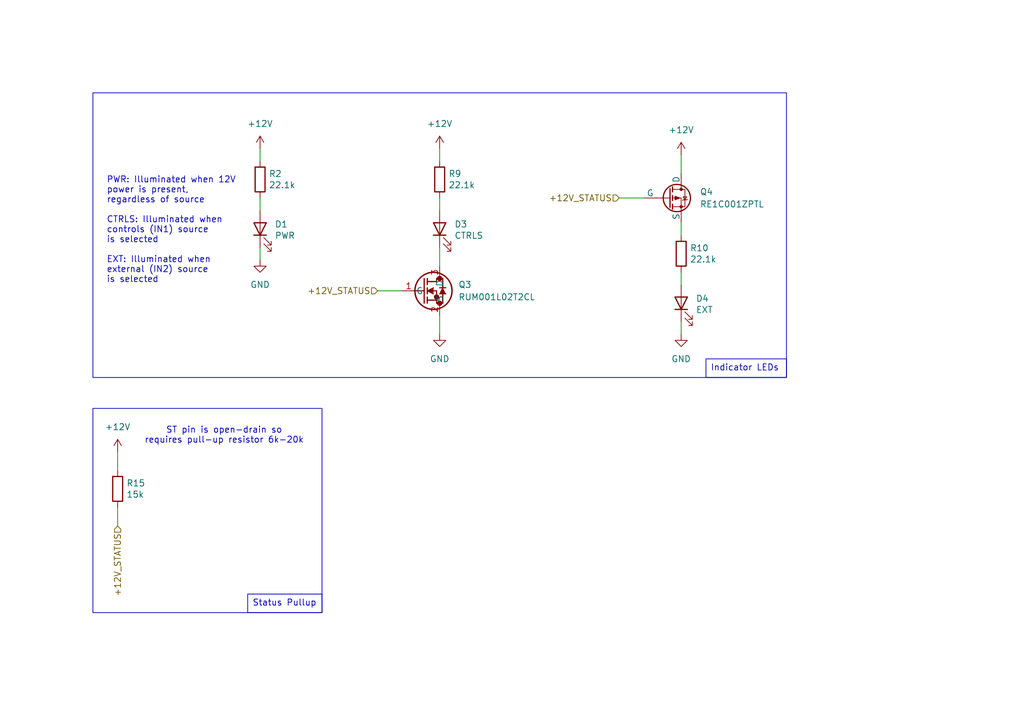
<source format=kicad_sch>
(kicad_sch (version 20250114) (generator "eeschema") (generator_version "9.0")
  (paper "A5")
  (lib_symbols
    (symbol "Device:LED" (pin_numbers (hide yes)) (pin_names (offset 1.016) (hide yes))
      (property "Reference" "D" (at 0 2.54 0))
      (property "Value" "LED" (at 0 -2.54 0))
      (symbol "LED_0_1"
        (polyline (pts (xy -3.048 -0.762) (xy -4.572 -2.286) (xy -3.81 -2.286) (xy -4.572 -2.286) (xy -4.572 -1.524)))
        (polyline (pts (xy -1.778 -0.762) (xy -3.302 -2.286) (xy -2.54 -2.286) (xy -3.302 -2.286) (xy -3.302 -1.524)))
        (polyline (pts (xy -1.27 0) (xy 1.27 0)))
        (polyline (pts (xy -1.27 -1.27) (xy -1.27 1.27)) (stroke (width 0.254)))
        (polyline (pts (xy 1.27 -1.27) (xy 1.27 1.27) (xy -1.27 0) (xy 1.27 -1.27)) (stroke (width 0.254)))
      )
      (symbol "LED_1_1"
        (pin passive line (at -3.81 0 0) (length 2.54) (name "K") (number "1"))
        (pin passive line (at 3.81 0 180) (length 2.54) (name "A") (number "2"))
      )
    )
    (symbol "Device:R" (pin_numbers (hide yes)) (pin_names (offset 0))
      (property "Reference" "R" (at 2.032 0 90))
      (property "Value" "R" (at 0 0 90))
      (symbol "R_0_1"
        (rectangle (start -1.016 -2.54) (end 1.016 2.54) (stroke (width 0.254)))
      )
      (symbol "R_1_1"
        (pin passive line (at 0 3.81 270) (length 1.27) (name "~") (number "1"))
        (pin passive line (at 0 -3.81 90) (length 1.27) (name "~") (number "2"))
      )
    )
    (symbol "RUM001L02T2CL:RUM001L02T2CL" (pin_names (offset 0.254))
      (property "Reference" "Q3" (at 11.43 1.2701 0))
      (property "Value" "RUM001L02T2CL" (at 11.43 -1.2699 0))
      (symbol "RUM001L02T2CL_0_1"
        (polyline (pts (xy 2.54 0) (xy 4.445 0)) (stroke (width 0.2032)))
        (polyline (pts (xy 2.54 0) (xy 4.445 0)) (stroke (width 0.2032)))
        (polyline (pts (xy 4.445 -2.54) (xy 4.445 2.54)) (stroke (width 0.2032)))
        (polyline (pts (xy 4.445 -2.54) (xy 4.445 2.54)) (stroke (width 0.2032)))
        (polyline (pts (xy 5.08 1.905) (xy 6.985 1.905)) (stroke (width 0.2032)))
        (polyline (pts (xy 5.08 1.905) (xy 6.985 1.905)) (stroke (width 0.2032)))
        (polyline (pts (xy 5.08 1.27) (xy 5.08 2.54)) (stroke (width 0.2032)))
        (polyline (pts (xy 5.08 1.27) (xy 5.08 2.54)) (stroke (width 0.2032)))
        (polyline (pts (xy 5.08 -0.635) (xy 5.08 0.635)) (stroke (width 0.2032)))
        (polyline (pts (xy 5.08 -0.635) (xy 5.08 0.635)) (stroke (width 0.2032)))
        (polyline (pts (xy 5.08 -1.905) (xy 6.985 -1.905)) (stroke (width 0.2032)))
        (polyline (pts (xy 5.08 -1.905) (xy 6.985 -1.905)) (stroke (width 0.2032)))
        (polyline (pts (xy 5.08 -2.54) (xy 5.08 -1.27)) (stroke (width 0.2032)))
        (polyline (pts (xy 5.08 -2.54) (xy 5.08 -1.27)) (stroke (width 0.2032)))
        (polyline (pts (xy 6.35 0.635) (xy 5.08 0) (xy 6.35 -0.635)) (fill (type outline)))
        (polyline (pts (xy 6.35 0.635) (xy 5.08 0) (xy 6.35 -0.635)) (fill (type outline)))
        (polyline (pts (xy 6.35 0) (xy 6.985 0)) (stroke (width 0.2032)))
        (polyline (pts (xy 6.35 0) (xy 6.985 0)) (stroke (width 0.2032)))
        (circle (center 6.35 0) (radius 3.81) (stroke (width 0.254)))
        (circle (center 6.35 0) (radius 3.81) (stroke (width 0.254)))
        (polyline (pts (xy 6.985 2.54) (xy 8.255 2.54)) (stroke (width 0.2032)))
        (polyline (pts (xy 6.985 2.54) (xy 8.255 2.54)) (stroke (width 0.2032)))
        (polyline (pts (xy 6.985 1.905) (xy 6.985 2.54)) (stroke (width 0.2032)))
        (polyline (pts (xy 6.985 1.905) (xy 6.985 2.54)) (stroke (width 0.2032)))
        (circle (center 6.985 -1.27) (radius 0.0254) (stroke (width 0.508)))
        (circle (center 6.985 -1.27) (radius 0.0254) (stroke (width 0.508)))
        (polyline (pts (xy 6.985 -2.54) (xy 6.985 0)) (stroke (width 0.2032)))
        (polyline (pts (xy 6.985 -2.54) (xy 6.985 0)) (stroke (width 0.2032)))
        (polyline (pts (xy 6.985 -2.54) (xy 8.255 -2.54)) (stroke (width 0.2032)))
        (polyline (pts (xy 6.985 -2.54) (xy 8.255 -2.54)) (stroke (width 0.2032)))
        (circle (center 7.62 2.54) (radius 0.0254) (stroke (width 0.508)))
        (circle (center 7.62 2.54) (radius 0.0254) (stroke (width 0.508)))
        (circle (center 7.62 -2.54) (radius 0.0254) (stroke (width 0.508)))
        (circle (center 7.62 -2.54) (radius 0.0254) (stroke (width 0.508)))
        (polyline (pts (xy 8.255 0.635) (xy 8.255 2.54)) (stroke (width 0.2032)))
        (polyline (pts (xy 8.255 0.635) (xy 8.255 2.54)) (stroke (width 0.2032)))
        (polyline (pts (xy 8.255 -2.54) (xy 8.255 -0.635)) (stroke (width 0.2032)))
        (polyline (pts (xy 8.255 -2.54) (xy 8.255 -0.635)) (stroke (width 0.2032)))
        (polyline (pts (xy 8.89 0.635) (xy 7.62 0.635)) (stroke (width 0.2032)))
        (polyline (pts (xy 8.89 0.635) (xy 7.62 0.635)) (stroke (width 0.2032)))
        (polyline (pts (xy 8.89 -0.635) (xy 7.62 -0.635) (xy 8.255 0.635)) (fill (type outline)))
        (polyline (pts (xy 8.89 -0.635) (xy 7.62 -0.635) (xy 8.255 0.635)) (fill (type outline)))
      )
      (symbol "RUM001L02T2CL_1_1"
        (pin input line (at 0 0 0) (length 2.54) (name "G") (number "1"))
        (pin passive line (at 7.62 5.08 270) (length 2.54) (name "D") (number "3"))
        (pin passive line (at 7.62 -5.08 90) (length 2.54) (name "S") (number "2"))
      )
    )
    (symbol "Simulation_SPICE:PMOS" (pin_numbers (hide yes)) (pin_names (offset 0))
      (property "Reference" "Q" (at 5.08 1.27 0))
      (property "Value" "PMOS" (at 5.08 -1.27 0))
      (symbol "PMOS_0_1"
        (polyline (pts (xy 0.254 1.905) (xy 0.254 -1.905)) (stroke (width 0.254)))
        (polyline (pts (xy 0.254 0) (xy -2.54 0)))
        (polyline (pts (xy 0.762 2.286) (xy 0.762 1.27)) (stroke (width 0.254)))
        (polyline (pts (xy 0.762 1.778) (xy 3.302 1.778) (xy 3.302 -1.778) (xy 0.762 -1.778)))
        (polyline (pts (xy 0.762 0.508) (xy 0.762 -0.508)) (stroke (width 0.254)))
        (polyline (pts (xy 0.762 -1.27) (xy 0.762 -2.286)) (stroke (width 0.254)))
        (circle (center 1.651 0) (radius 2.794) (stroke (width 0.254)))
        (polyline (pts (xy 2.286 0) (xy 1.27 0.381) (xy 1.27 -0.381) (xy 2.286 0)) (fill (type outline)))
        (polyline (pts (xy 2.54 2.54) (xy 2.54 1.778)))
        (circle (center 2.54 1.778) (radius 0.254) (fill (type outline)))
        (circle (center 2.54 -1.778) (radius 0.254) (fill (type outline)))
        (polyline (pts (xy 2.54 -2.54) (xy 2.54 0) (xy 0.762 0)))
        (polyline (pts (xy 2.794 -0.508) (xy 2.921 -0.381) (xy 3.683 -0.381) (xy 3.81 -0.254)))
        (polyline (pts (xy 3.302 -0.381) (xy 2.921 0.254) (xy 3.683 0.254) (xy 3.302 -0.381)))
      )
      (symbol "PMOS_1_1"
        (pin input line (at -5.08 0 0) (length 2.54) (name "G") (number "2"))
        (pin passive line (at 2.54 5.08 270) (length 2.54) (name "D") (number "1"))
        (pin passive line (at 2.54 -5.08 90) (length 2.54) (name "S") (number "3"))
      )
    )
    (symbol "power:+12V" (power) (pin_numbers (hide yes)) (pin_names (offset 0) (hide yes))
      (property "Value" "+12V" (at 0 3.556 0))
      (symbol "+12V_0_1"
        (polyline (pts (xy -0.762 1.27) (xy 0 2.54)))
        (polyline (pts (xy 0 2.54) (xy 0.762 1.27)))
        (polyline (pts (xy 0 0) (xy 0 2.54)))
      )
      (symbol "+12V_1_1"
        (pin power_in line (at 0 0 90) (length 0) (name "~") (number "1"))
      )
    )
    (symbol "power:GND" (power) (pin_numbers (hide yes)) (pin_names (offset 0) (hide yes))
      (property "Value" "GND" (at 0 -3.81 0))
      (symbol "GND_0_1"
        (polyline (pts (xy 0 0) (xy 0 -1.27) (xy 1.27 -1.27) (xy 0 -2.54) (xy -1.27 -1.27) (xy 0 -1.27)))
      )
      (symbol "GND_1_1"
        (pin power_in line (at 0 0 270) (length 0) (name "~") (number "1"))
      )
    )
  )
  (rectangle (start 19.05 19.05) (end 161.29 77.47))
  (rectangle (start 19.05 83.82) (end 66.04 125.73))
  (text "ST pin is open-drain so\nrequires pull-up resistor 6k-20k" (at 45.974 89.408 0) (effects (font (size 1.27 1.27))))
  (text "PWR: Illuminated when 12V\npower is present,\nregardless of source\n\nCTRLS: Illuminated when\ncontrols (IN1) source\nis selected\n\nEXT: Illuminated when\nexternal (IN2) source\nis selected" (at 21.844 47.244 0) (effects (font (size 1.27 1.27)) (justify left)))
  (text_box "Indicator LEDs" (at 144.78 73.66 0) (size 16.51 3.81) (margins 0.9525 0.9525 0.9525 0.9525) (effects (font (size 1.27 1.27)) (justify left top)))
  (text_box "Status Pullup" (at 50.8 121.92 0) (size 15.24 3.81) (margins 0.9525 0.9525 0.9525 0.9525) (effects (font (size 1.27 1.27)) (justify left top)))
  (wire (pts (xy 139.7 31.75) (xy 139.7 35.56)))
  (wire (pts (xy 139.7 66.04) (xy 139.7 68.58)))
  (wire (pts (xy 90.17 64.77) (xy 90.17 68.58)))
  (wire (pts (xy 53.34 40.64) (xy 53.34 43.18)))
  (wire (pts (xy 90.17 30.48) (xy 90.17 33.02)))
  (wire (pts (xy 90.17 50.8) (xy 90.17 54.61)))
  (wire (pts (xy 77.47 59.69) (xy 82.55 59.69)))
  (wire (pts (xy 53.34 30.48) (xy 53.34 33.02)))
  (wire (pts (xy 139.7 45.72) (xy 139.7 48.26)))
  (wire (pts (xy 53.34 50.8) (xy 53.34 53.34)))
  (wire (pts (xy 90.17 40.64) (xy 90.17 43.18)))
  (wire (pts (xy 127 40.64) (xy 132.08 40.64)))
  (wire (pts (xy 139.7 55.88) (xy 139.7 58.42)))
  (wire (pts (xy 24.13 104.14) (xy 24.13 107.95)))
  (wire (pts (xy 24.13 92.71) (xy 24.13 96.52)))
  (hierarchical_label "+12V_STATUS" (shape input) (at 127 40.64 180))
  (hierarchical_label "+12V_STATUS" (shape input) (at 24.13 107.95 270))
  (hierarchical_label "+12V_STATUS" (shape input) (at 77.47 59.69 180))
  (symbol (lib_id "Device:R") (at 90.17 36.83 0) (unit 1)
    (property "Reference" "R9" (at 91.948 35.6616 0) (effects (justify left)))
    (property "Value" "22.1k" (at 91.948 37.973 0) (effects (justify left)))
    (property "Footprint" "Resistor_SMD:R_0805_2012Metric" (effects (hide yes)))
    (property "Datasheet" "https://www.mouser.com/ProductDetail/71-CRCW0805-22.1K-E3" (effects (hide yes)))
    (property "Description" "Resistor" (effects (hide yes)))
    (property "P/N" "CRCW080522K1FKEA" (effects (hide yes)))
    (property "Mouser Part Number" "71-CRCW0805-22.1K-E3" (effects (hide yes)))
    (property "Inventory" "Y" (effects (hide yes)))
    (property "Mouser Price/Stock" "https://www.mouser.com/ProductDetail/Vishay-Dale/CRCW080522K1FKEA?qs=fIsz7OpyEY%2F1GKOToH8JbQ%3D%3D" (effects (hide yes)))
  )
  (symbol (lib_id "power:GND") (at 90.17 68.58 0) (unit 1)
    (property "Reference" "#PWR021" (effects (hide yes)))
    (property "Value" "GND" (at 90.17 73.66 0))
    (property "Description" "Power symbol creates a global label with name \"GND\" , ground" (effects (hide yes)))
  )
  (symbol (lib_id "power:GND") (at 139.7 68.58 0) (unit 1)
    (property "Reference" "#PWR015" (effects (hide yes)))
    (property "Value" "GND" (at 139.7 73.66 0))
    (property "Description" "Power symbol creates a global label with name \"GND\" , ground" (effects (hide yes)))
  )
  (symbol (lib_id "Device:LED") (at 90.17 46.99 90) (unit 1)
    (property "Reference" "D3" (at 93.1672 46.0248 90) (effects (justify right)))
    (property "Value" "CTRLS" (at 93.1672 48.3362 90) (effects (justify right)))
    (property "Footprint" "LED_SMD:LED_0805_2012Metric" (effects (hide yes)))
    (property "Description" "Light emitting diode" (effects (hide yes)))
    (property "Color" "Green" (effects (hide yes)))
    (property "P/N" "APTD2012LCGCK" (effects (hide yes)))
    (property "Vf" "1.9V" (effects (hide yes)))
    (property "If" "2mA" (effects (hide yes)))
    (property "Mouser Part Number" "604-APTD2012LCGCK" (effects (hide yes)))
    (property "Inventory" "Y" (effects (hide yes)))
    (property "Mouser Price/Stock" "https://www.mouser.com/ProductDetail/Kingbright/APTD2012LCGCK?qs=AQlKX63v8RvNHN%2F9EGvNTg%3D%3D" (effects (hide yes)))
  )
  (symbol (lib_id "power:+12V") (at 139.7 31.75 0) (unit 1)
    (property "Reference" "#PWR023" (effects (hide yes)))
    (property "Value" "+12V" (at 139.7 26.67 0))
    (property "Description" "Power symbol creates a global label with name \"+12V\"" (effects (hide yes)))
  )
  (symbol (lib_id "power:+12V") (at 24.13 92.71 0) (unit 1)
    (property "Reference" "#PWR022" (effects (hide yes)))
    (property "Value" "+12V" (at 24.13 87.63 0))
    (property "Description" "Power symbol creates a global label with name \"+12V\"" (effects (hide yes)))
  )
  (symbol (lib_id "Device:LED") (at 139.7 62.23 90) (unit 1)
    (property "Reference" "D4" (at 142.6972 61.2648 90) (effects (justify right)))
    (property "Value" "EXT" (at 142.6972 63.5762 90) (effects (justify right)))
    (property "Footprint" "LED_SMD:LED_0805_2012Metric" (effects (hide yes)))
    (property "Description" "Light emitting diode" (effects (hide yes)))
    (property "Color" "Green" (effects (hide yes)))
    (property "P/N" "APTD2012LCGCK" (effects (hide yes)))
    (property "Vf" "1.9V" (effects (hide yes)))
    (property "If" "2mA" (effects (hide yes)))
    (property "Mouser Part Number" "604-APTD2012LCGCK" (effects (hide yes)))
    (property "Inventory" "Y" (effects (hide yes)))
    (property "Mouser Price/Stock" "https://www.mouser.com/ProductDetail/Kingbright/APTD2012LCGCK?qs=AQlKX63v8RvNHN%2F9EGvNTg%3D%3D" (effects (hide yes)))
  )
  (symbol (lib_id "power:+12V") (at 53.34 30.48 0) (unit 1)
    (property "Reference" "#PWR02" (effects (hide yes)))
    (property "Value" "+12V" (at 53.34 25.4 0))
    (property "Description" "Power symbol creates a global label with name \"+12V\"" (effects (hide yes)))
  )
  (symbol (lib_id "Device:R") (at 53.34 36.83 0) (unit 1)
    (property "Reference" "R2" (at 55.118 35.6616 0) (effects (justify left)))
    (property "Value" "22.1k" (at 55.118 37.973 0) (effects (justify left)))
    (property "Footprint" "Resistor_SMD:R_0805_2012Metric" (effects (hide yes)))
    (property "Datasheet" "https://www.mouser.com/ProductDetail/71-CRCW0805-22.1K-E3" (effects (hide yes)))
    (property "Description" "Resistor" (effects (hide yes)))
    (property "P/N" "CRCW080522K1FKEA" (effects (hide yes)))
    (property "Mouser Part Number" "71-CRCW0805-22.1K-E3" (effects (hide yes)))
    (property "Inventory" "Y" (effects (hide yes)))
    (property "Mouser Price/Stock" "https://www.mouser.com/ProductDetail/Vishay-Dale/CRCW080522K1FKEA?qs=fIsz7OpyEY%2F1GKOToH8JbQ%3D%3D" (effects (hide yes)))
  )
  (symbol (lib_id "RUM001L02T2CL:RUM001L02T2CL") (at 82.55 59.69 0) (unit 1)
    (property "Reference" "Q3" (at 93.98 58.4199 0) (effects (justify left)))
    (property "Value" "RUM001L02T2CL" (at 93.98 60.9599 0) (effects (justify left)))
    (property "Footprint" "RUM001L02T2CL:TRANS_RUM001_ROM" (effects (hide yes)))
    (property "Datasheet" "https://fscdn.rohm.com/en/products/databook/datasheet/discrete/transistor/mosfet/rum001l02t2cl-e.pdf" (effects (hide yes)))
    (property "P/N" "RUM001L02T2CL" (effects (hide yes)))
  )
  (symbol (lib_id "Device:LED") (at 53.34 46.99 90) (unit 1)
    (property "Reference" "D1" (at 56.3372 46.0248 90) (effects (justify right)))
    (property "Value" "PWR" (at 56.3372 48.3362 90) (effects (justify right)))
    (property "Footprint" "LED_SMD:LED_0805_2012Metric" (effects (hide yes)))
    (property "Description" "Light emitting diode" (effects (hide yes)))
    (property "Color" "Green" (effects (hide yes)))
    (property "P/N" "APTD2012LCGCK" (effects (hide yes)))
    (property "Vf" "1.9V" (effects (hide yes)))
    (property "If" "2mA" (effects (hide yes)))
    (property "Mouser Part Number" "604-APTD2012LCGCK" (effects (hide yes)))
    (property "Inventory" "Y" (effects (hide yes)))
    (property "Mouser Price/Stock" "https://www.mouser.com/ProductDetail/Kingbright/APTD2012LCGCK?qs=AQlKX63v8RvNHN%2F9EGvNTg%3D%3D" (effects (hide yes)))
  )
  (symbol (lib_id "Simulation_SPICE:PMOS") (at 137.16 40.64 0) (unit 1)
    (property "Reference" "Q4" (at 143.51 39.3699 0) (effects (justify left)))
    (property "Value" "RE1C001ZPTL" (at 143.51 41.9099 0) (effects (justify left)))
    (property "Footprint" "RE1C001ZPTL:TRANS_RE1C001_ROM" (effects (hide yes)))
    (property "Datasheet" "https://fscdn.rohm.com/en/products/databook/datasheet/discrete/transistor/mosfet/re1c001zptl-e.pdf" (effects (hide yes)))
    (property "Description" "P-MOSFET transistor, drain/source/gate" (effects (hide yes)))
    (property "Sim.Device" "PMOS" (effects (hide yes)))
    (property "Sim.Type" "VDMOS" (effects (hide yes)))
    (property "Sim.Pins" "1=D 2=G 3=S" (effects (hide yes)))
    (property "P/N" "RE1C001ZPTL" (effects (hide yes)))
  )
  (symbol (lib_id "Device:R") (at 139.7 52.07 0) (unit 1)
    (property "Reference" "R10" (at 141.478 50.9016 0) (effects (justify left)))
    (property "Value" "22.1k" (at 141.478 53.213 0) (effects (justify left)))
    (property "Footprint" "Resistor_SMD:R_0805_2012Metric" (effects (hide yes)))
    (property "Datasheet" "https://www.mouser.com/ProductDetail/71-CRCW0805-22.1K-E3" (effects (hide yes)))
    (property "Description" "Resistor" (effects (hide yes)))
    (property "P/N" "CRCW080522K1FKEA" (effects (hide yes)))
    (property "Mouser Part Number" "71-CRCW0805-22.1K-E3" (effects (hide yes)))
    (property "Inventory" "Y" (effects (hide yes)))
    (property "Mouser Price/Stock" "https://www.mouser.com/ProductDetail/Vishay-Dale/CRCW080522K1FKEA?qs=fIsz7OpyEY%2F1GKOToH8JbQ%3D%3D" (effects (hide yes)))
  )
  (symbol (lib_id "Device:R") (at 24.13 100.33 0) (unit 1)
    (property "Reference" "R15" (at 25.908 99.1616 0) (effects (justify left)))
    (property "Value" "15k" (at 25.908 101.473 0) (effects (justify left)))
    (property "Footprint" "Resistor_SMD:R_0805_2012Metric" (effects (hide yes)))
    (property "Datasheet" "https://www.mouser.com/ProductDetail/71-CRCW0805-22.1K-E3" (effects (hide yes)))
    (property "Description" "Resistor" (effects (hide yes)))
    (property "P/N" "CRCW080522K1FKEA" (effects (hide yes)))
    (property "Mouser Part Number" "71-CRCW0805-22.1K-E3" (effects (hide yes)))
    (property "Inventory" "Y" (effects (hide yes)))
    (property "Mouser Price/Stock" "https://www.mouser.com/ProductDetail/Vishay-Dale/CRCW080522K1FKEA?qs=fIsz7OpyEY%2F1GKOToH8JbQ%3D%3D" (effects (hide yes)))
  )
  (symbol (lib_id "power:GND") (at 53.34 53.34 0) (unit 1)
    (property "Reference" "#PWR03" (effects (hide yes)))
    (property "Value" "GND" (at 53.34 58.42 0))
    (property "Description" "Power symbol creates a global label with name \"GND\" , ground" (effects (hide yes)))
  )
  (symbol (lib_id "power:+12V") (at 90.17 30.48 0) (unit 1)
    (property "Reference" "#PWR014" (effects (hide yes)))
    (property "Value" "+12V" (at 90.17 25.4 0))
    (property "Description" "Power symbol creates a global label with name \"+12V\"" (effects (hide yes)))
  )
)
</source>
